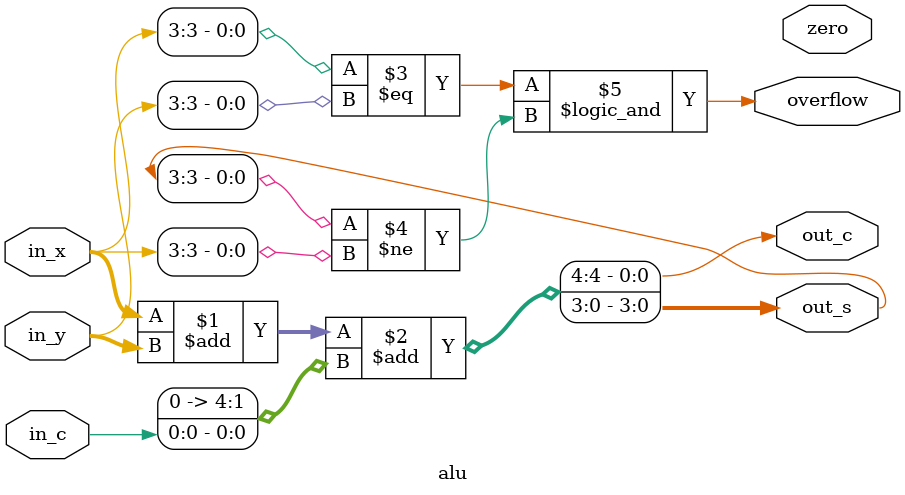
<source format=v>
module alu(
        input in_c,
        input [3:0] in_x,
        input [3:0] in_y,
        output reg [3:0] out_s,
        output reg out_c,
        output reg zero,
        output reg overflow
    );
    assign {out_c, out_s} = in_x + in_y + {4'b0000, in_c};
    assign overflow = (in_x[3] == in_y[3] && out_s[3] != in_x[3]);

endmodule

</source>
